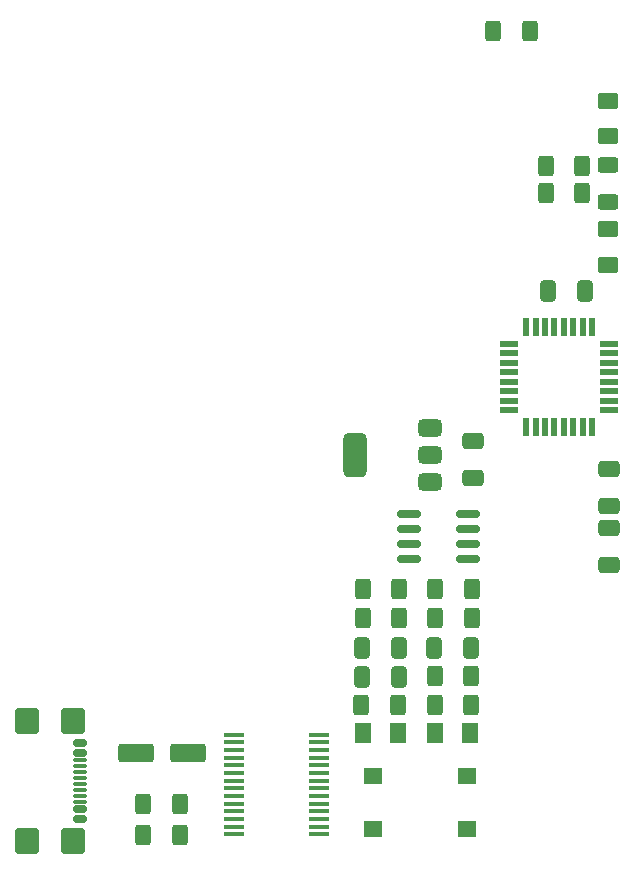
<source format=gbr>
%TF.GenerationSoftware,KiCad,Pcbnew,8.0.1*%
%TF.CreationDate,2024-07-07T22:58:04+02:00*%
%TF.ProjectId,kicad8_atmega328_relay_module,6b696361-6438-45f6-9174-6d6567613332,rev?*%
%TF.SameCoordinates,Original*%
%TF.FileFunction,Paste,Top*%
%TF.FilePolarity,Positive*%
%FSLAX46Y46*%
G04 Gerber Fmt 4.6, Leading zero omitted, Abs format (unit mm)*
G04 Created by KiCad (PCBNEW 8.0.1) date 2024-07-07 22:58:04*
%MOMM*%
%LPD*%
G01*
G04 APERTURE LIST*
G04 Aperture macros list*
%AMRoundRect*
0 Rectangle with rounded corners*
0 $1 Rounding radius*
0 $2 $3 $4 $5 $6 $7 $8 $9 X,Y pos of 4 corners*
0 Add a 4 corners polygon primitive as box body*
4,1,4,$2,$3,$4,$5,$6,$7,$8,$9,$2,$3,0*
0 Add four circle primitives for the rounded corners*
1,1,$1+$1,$2,$3*
1,1,$1+$1,$4,$5*
1,1,$1+$1,$6,$7*
1,1,$1+$1,$8,$9*
0 Add four rect primitives between the rounded corners*
20,1,$1+$1,$2,$3,$4,$5,0*
20,1,$1+$1,$4,$5,$6,$7,0*
20,1,$1+$1,$6,$7,$8,$9,0*
20,1,$1+$1,$8,$9,$2,$3,0*%
G04 Aperture macros list end*
%ADD10RoundRect,0.250000X0.412500X0.650000X-0.412500X0.650000X-0.412500X-0.650000X0.412500X-0.650000X0*%
%ADD11R,1.600000X1.400000*%
%ADD12RoundRect,0.250000X-0.400000X-0.625000X0.400000X-0.625000X0.400000X0.625000X-0.400000X0.625000X0*%
%ADD13RoundRect,0.250000X0.400000X0.625000X-0.400000X0.625000X-0.400000X-0.625000X0.400000X-0.625000X0*%
%ADD14RoundRect,0.250000X1.250000X0.550000X-1.250000X0.550000X-1.250000X-0.550000X1.250000X-0.550000X0*%
%ADD15RoundRect,0.150000X-0.825000X-0.150000X0.825000X-0.150000X0.825000X0.150000X-0.825000X0.150000X0*%
%ADD16RoundRect,0.250001X0.624999X-0.462499X0.624999X0.462499X-0.624999X0.462499X-0.624999X-0.462499X0*%
%ADD17RoundRect,0.250000X0.650000X-0.412500X0.650000X0.412500X-0.650000X0.412500X-0.650000X-0.412500X0*%
%ADD18R,1.600000X0.550000*%
%ADD19R,0.550000X1.600000*%
%ADD20RoundRect,0.150000X-0.425000X0.150000X-0.425000X-0.150000X0.425000X-0.150000X0.425000X0.150000X0*%
%ADD21RoundRect,0.075000X-0.500000X0.075000X-0.500000X-0.075000X0.500000X-0.075000X0.500000X0.075000X0*%
%ADD22RoundRect,0.250000X-0.750000X0.840000X-0.750000X-0.840000X0.750000X-0.840000X0.750000X0.840000X0*%
%ADD23RoundRect,0.375000X0.625000X0.375000X-0.625000X0.375000X-0.625000X-0.375000X0.625000X-0.375000X0*%
%ADD24RoundRect,0.500000X0.500000X1.400000X-0.500000X1.400000X-0.500000X-1.400000X0.500000X-1.400000X0*%
%ADD25RoundRect,0.250000X-0.650000X0.412500X-0.650000X-0.412500X0.650000X-0.412500X0.650000X0.412500X0*%
%ADD26RoundRect,0.250001X0.462499X0.624999X-0.462499X0.624999X-0.462499X-0.624999X0.462499X-0.624999X0*%
%ADD27RoundRect,0.250001X-0.462499X-0.624999X0.462499X-0.624999X0.462499X0.624999X-0.462499X0.624999X0*%
%ADD28RoundRect,0.250001X-0.624999X0.462499X-0.624999X-0.462499X0.624999X-0.462499X0.624999X0.462499X0*%
%ADD29R,1.750000X0.450000*%
%ADD30RoundRect,0.250000X0.625000X-0.400000X0.625000X0.400000X-0.625000X0.400000X-0.625000X-0.400000X0*%
G04 APERTURE END LIST*
D10*
%TO.C,C5*%
X106962500Y-54500000D03*
X103837500Y-54500000D03*
%TD*%
D11*
%TO.C,SW1*%
X97000000Y-100100000D03*
X89000000Y-100100000D03*
X97000000Y-95600000D03*
X89000000Y-95600000D03*
%TD*%
D12*
%TO.C,R4*%
X88150000Y-82200000D03*
X91250000Y-82200000D03*
%TD*%
D13*
%TO.C,R13*%
X91250000Y-79750000D03*
X88150000Y-79750000D03*
%TD*%
D12*
%TO.C,R10*%
X103650000Y-46250000D03*
X106750000Y-46250000D03*
%TD*%
D14*
%TO.C,C2*%
X73350000Y-93650000D03*
X68950000Y-93650000D03*
%TD*%
D15*
%TO.C,U5*%
X92125000Y-73395000D03*
X92125000Y-74665000D03*
X92125000Y-75935000D03*
X92125000Y-77205000D03*
X97075000Y-77205000D03*
X97075000Y-75935000D03*
X97075000Y-74665000D03*
X97075000Y-73395000D03*
%TD*%
D12*
%TO.C,R1*%
X94250000Y-87150000D03*
X97350000Y-87150000D03*
%TD*%
D16*
%TO.C,D5*%
X108900000Y-41437500D03*
X108900000Y-38462500D03*
%TD*%
D17*
%TO.C,C8*%
X109000000Y-77690000D03*
X109000000Y-74565000D03*
%TD*%
D18*
%TO.C,U1*%
X100550000Y-59010000D03*
X100550000Y-59810000D03*
X100550000Y-60610000D03*
X100550000Y-61410000D03*
X100550000Y-62210000D03*
X100550000Y-63010000D03*
X100550000Y-63810000D03*
X100550000Y-64610000D03*
D19*
X102000000Y-66060000D03*
X102800000Y-66060000D03*
X103600000Y-66060000D03*
X104400000Y-66060000D03*
X105200000Y-66060000D03*
X106000000Y-66060000D03*
X106800000Y-66060000D03*
X107600000Y-66060000D03*
D18*
X109050000Y-64610000D03*
X109050000Y-63810000D03*
X109050000Y-63010000D03*
X109050000Y-62210000D03*
X109050000Y-61410000D03*
X109050000Y-60610000D03*
X109050000Y-59810000D03*
X109050000Y-59010000D03*
D19*
X107600000Y-57560000D03*
X106800000Y-57560000D03*
X106000000Y-57560000D03*
X105200000Y-57560000D03*
X104400000Y-57560000D03*
X103600000Y-57560000D03*
X102800000Y-57560000D03*
X102000000Y-57560000D03*
%TD*%
D13*
%TO.C,R9*%
X72700000Y-100550000D03*
X69600000Y-100550000D03*
%TD*%
D12*
%TO.C,R5*%
X94300000Y-82200000D03*
X97400000Y-82200000D03*
%TD*%
D10*
%TO.C,C1*%
X91212500Y-84750000D03*
X88087500Y-84750000D03*
%TD*%
D20*
%TO.C,J3*%
X64240000Y-92800000D03*
X64240000Y-93600000D03*
D21*
X64240000Y-94750000D03*
X64240000Y-95750000D03*
X64240000Y-96250000D03*
X64240000Y-97250000D03*
D20*
X64240000Y-98400000D03*
X64240000Y-99200000D03*
X64240000Y-99200000D03*
X64240000Y-98400000D03*
D21*
X64240000Y-97750000D03*
X64240000Y-96750000D03*
X64240000Y-95250000D03*
X64240000Y-94250000D03*
D20*
X64240000Y-93600000D03*
X64240000Y-92800000D03*
D22*
X63665000Y-90890000D03*
X59735000Y-90890000D03*
X63665000Y-101110000D03*
X59735000Y-101110000D03*
%TD*%
D10*
%TO.C,C4*%
X97362500Y-84750000D03*
X94237500Y-84750000D03*
%TD*%
D13*
%TO.C,R2*%
X97350000Y-89550000D03*
X94250000Y-89550000D03*
%TD*%
D10*
%TO.C,C6*%
X91212500Y-87200000D03*
X88087500Y-87200000D03*
%TD*%
D23*
%TO.C,U3*%
X93850000Y-70700000D03*
X93850000Y-68400000D03*
D24*
X87550000Y-68400000D03*
D23*
X93850000Y-66100000D03*
%TD*%
D25*
%TO.C,C7*%
X109000000Y-69565000D03*
X109000000Y-72690000D03*
%TD*%
D13*
%TO.C,R8*%
X72700000Y-97950000D03*
X69600000Y-97950000D03*
%TD*%
D26*
%TO.C,D1*%
X97287500Y-91950000D03*
X94312500Y-91950000D03*
%TD*%
D12*
%TO.C,R7*%
X103650000Y-43950000D03*
X106750000Y-43950000D03*
%TD*%
%TO.C,R12*%
X94300000Y-79750000D03*
X97400000Y-79750000D03*
%TD*%
D27*
%TO.C,D2*%
X88162500Y-91950000D03*
X91137500Y-91950000D03*
%TD*%
D25*
%TO.C,C3*%
X97500000Y-67187500D03*
X97500000Y-70312500D03*
%TD*%
D28*
%TO.C,D6*%
X108900000Y-49312500D03*
X108900000Y-52287500D03*
%TD*%
D12*
%TO.C,R6*%
X99200000Y-32500000D03*
X102300000Y-32500000D03*
%TD*%
D13*
%TO.C,R3*%
X91150000Y-89600000D03*
X88050000Y-89600000D03*
%TD*%
D29*
%TO.C,U2*%
X77250000Y-92075000D03*
X77250000Y-92725000D03*
X77250000Y-93375000D03*
X77250000Y-94025000D03*
X77250000Y-94675000D03*
X77250000Y-95325000D03*
X77250000Y-95975000D03*
X77250000Y-96625000D03*
X77250000Y-97275000D03*
X77250000Y-97925000D03*
X77250000Y-98575000D03*
X77250000Y-99225000D03*
X77250000Y-99875000D03*
X77250000Y-100525000D03*
X84450000Y-100525000D03*
X84450000Y-99875000D03*
X84450000Y-99225000D03*
X84450000Y-98575000D03*
X84450000Y-97925000D03*
X84450000Y-97275000D03*
X84450000Y-96625000D03*
X84450000Y-95975000D03*
X84450000Y-95325000D03*
X84450000Y-94675000D03*
X84450000Y-94025000D03*
X84450000Y-93375000D03*
X84450000Y-92725000D03*
X84450000Y-92075000D03*
%TD*%
D30*
%TO.C,R11*%
X108950000Y-46950000D03*
X108950000Y-43850000D03*
%TD*%
M02*

</source>
